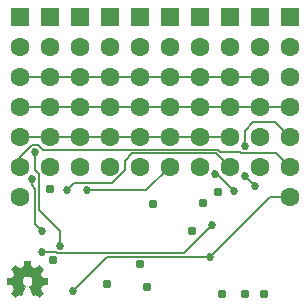
<source format=gbl>
G04 #@! TF.FileFunction,Copper,L4,Bot,Signal*
%FSLAX46Y46*%
G04 Gerber Fmt 4.6, Leading zero omitted, Abs format (unit mm)*
G04 Created by KiCad (PCBNEW 4.0.1-stable) date 2016-02-27 01:30:11*
%MOMM*%
G01*
G04 APERTURE LIST*
%ADD10C,0.050800*%
%ADD11C,0.002540*%
%ADD12C,1.600200*%
%ADD13R,1.600200X1.600200*%
%ADD14C,0.787400*%
%ADD15C,0.685800*%
%ADD16C,0.152400*%
G04 APERTURE END LIST*
D10*
D11*
G36*
X2915920Y-24993600D02*
X2898140Y-24983440D01*
X2860040Y-24960580D01*
X2804160Y-24922480D01*
X2738120Y-24879300D01*
X2672080Y-24833580D01*
X2616200Y-24798020D01*
X2578100Y-24772620D01*
X2562860Y-24765000D01*
X2555240Y-24767540D01*
X2522220Y-24782780D01*
X2479040Y-24805640D01*
X2451100Y-24820880D01*
X2410460Y-24838660D01*
X2387600Y-24841200D01*
X2385060Y-24836120D01*
X2369820Y-24805640D01*
X2346960Y-24749760D01*
X2313940Y-24678640D01*
X2278380Y-24592280D01*
X2240280Y-24500840D01*
X2199640Y-24409400D01*
X2164080Y-24320500D01*
X2131060Y-24239220D01*
X2105660Y-24173180D01*
X2087880Y-24130000D01*
X2080260Y-24109680D01*
X2082800Y-24104600D01*
X2103120Y-24084280D01*
X2141220Y-24058880D01*
X2219960Y-23992840D01*
X2298700Y-23896320D01*
X2344420Y-23787100D01*
X2362200Y-23662640D01*
X2346960Y-23548340D01*
X2303780Y-23441660D01*
X2227580Y-23342600D01*
X2133600Y-23268940D01*
X2026920Y-23223220D01*
X1905000Y-23207980D01*
X1790700Y-23220680D01*
X1678940Y-23266400D01*
X1579880Y-23340060D01*
X1536700Y-23388320D01*
X1480820Y-23487380D01*
X1447800Y-23594060D01*
X1445260Y-23622000D01*
X1450340Y-23738840D01*
X1483360Y-23850600D01*
X1546860Y-23949660D01*
X1630680Y-24033480D01*
X1643380Y-24041100D01*
X1681480Y-24071580D01*
X1709420Y-24091900D01*
X1729740Y-24107140D01*
X1579880Y-24467820D01*
X1557020Y-24523700D01*
X1516380Y-24622760D01*
X1480820Y-24706580D01*
X1450340Y-24775160D01*
X1430020Y-24820880D01*
X1422400Y-24838660D01*
X1422400Y-24838660D01*
X1407160Y-24841200D01*
X1381760Y-24831040D01*
X1330960Y-24808180D01*
X1297940Y-24790400D01*
X1259840Y-24772620D01*
X1242060Y-24765000D01*
X1226820Y-24772620D01*
X1191260Y-24795480D01*
X1137920Y-24831040D01*
X1071880Y-24876760D01*
X1010920Y-24917400D01*
X955040Y-24955500D01*
X914400Y-24980900D01*
X894080Y-24991060D01*
X891540Y-24991060D01*
X873760Y-24980900D01*
X840740Y-24955500D01*
X792480Y-24909780D01*
X723900Y-24841200D01*
X713740Y-24828500D01*
X655320Y-24772620D01*
X609600Y-24724360D01*
X579120Y-24688800D01*
X566420Y-24673560D01*
X566420Y-24673560D01*
X576580Y-24653240D01*
X604520Y-24612600D01*
X640080Y-24554180D01*
X685800Y-24488140D01*
X805180Y-24315420D01*
X739140Y-24152860D01*
X718820Y-24102060D01*
X693420Y-24041100D01*
X675640Y-23997920D01*
X665480Y-23980140D01*
X647700Y-23972520D01*
X604520Y-23962360D01*
X538480Y-23949660D01*
X462280Y-23934420D01*
X388620Y-23921720D01*
X322580Y-23909020D01*
X274320Y-23898860D01*
X251460Y-23896320D01*
X246380Y-23891240D01*
X241300Y-23881080D01*
X238760Y-23858220D01*
X238760Y-23817580D01*
X236220Y-23754080D01*
X236220Y-23662640D01*
X236220Y-23652480D01*
X238760Y-23566120D01*
X238760Y-23495000D01*
X241300Y-23451820D01*
X243840Y-23434040D01*
X243840Y-23434040D01*
X266700Y-23428960D01*
X312420Y-23418800D01*
X378460Y-23406100D01*
X457200Y-23390860D01*
X462280Y-23388320D01*
X541020Y-23373080D01*
X609600Y-23360380D01*
X655320Y-23350220D01*
X673100Y-23342600D01*
X678180Y-23337520D01*
X693420Y-23307040D01*
X716280Y-23258780D01*
X744220Y-23197820D01*
X769620Y-23136860D01*
X789940Y-23080980D01*
X805180Y-23037800D01*
X810260Y-23020020D01*
X810260Y-23020020D01*
X797560Y-22999700D01*
X772160Y-22959060D01*
X734060Y-22903180D01*
X685800Y-22834600D01*
X683260Y-22829520D01*
X637540Y-22763480D01*
X601980Y-22707600D01*
X576580Y-22666960D01*
X566420Y-22649180D01*
X568960Y-22646640D01*
X581660Y-22628860D01*
X617220Y-22590760D01*
X665480Y-22539960D01*
X723900Y-22479000D01*
X741680Y-22461220D01*
X807720Y-22397720D01*
X853440Y-22357080D01*
X881380Y-22334220D01*
X894080Y-22329140D01*
X894080Y-22329140D01*
X914400Y-22341840D01*
X957580Y-22369780D01*
X1013460Y-22407880D01*
X1082040Y-22453600D01*
X1087120Y-22458680D01*
X1153160Y-22504400D01*
X1209040Y-22539960D01*
X1247140Y-22567900D01*
X1264920Y-22578060D01*
X1267460Y-22578060D01*
X1295400Y-22570440D01*
X1343660Y-22552660D01*
X1402080Y-22529800D01*
X1463040Y-22504400D01*
X1518920Y-22481540D01*
X1562100Y-22463760D01*
X1579880Y-22451060D01*
X1582420Y-22451060D01*
X1587500Y-22425660D01*
X1600200Y-22377400D01*
X1615440Y-22308820D01*
X1630680Y-22225000D01*
X1633220Y-22212300D01*
X1648460Y-22133560D01*
X1661160Y-22067520D01*
X1668780Y-22021800D01*
X1673860Y-22004020D01*
X1686560Y-22001480D01*
X1724660Y-21998940D01*
X1783080Y-21996400D01*
X1854200Y-21996400D01*
X1930400Y-21996400D01*
X2004060Y-21998940D01*
X2065020Y-21998940D01*
X2110740Y-22004020D01*
X2131060Y-22006560D01*
X2131060Y-22009100D01*
X2138680Y-22031960D01*
X2148840Y-22082760D01*
X2161540Y-22151340D01*
X2179320Y-22232620D01*
X2181860Y-22247860D01*
X2197100Y-22326600D01*
X2209800Y-22392640D01*
X2219960Y-22438360D01*
X2225040Y-22456140D01*
X2230120Y-22458680D01*
X2263140Y-22473920D01*
X2316480Y-22494240D01*
X2382520Y-22522180D01*
X2534920Y-22583140D01*
X2722880Y-22456140D01*
X2740660Y-22443440D01*
X2806700Y-22397720D01*
X2862580Y-22359620D01*
X2900680Y-22336760D01*
X2918460Y-22326600D01*
X2918460Y-22326600D01*
X2938780Y-22344380D01*
X2974340Y-22377400D01*
X3025140Y-22428200D01*
X3083560Y-22486620D01*
X3129280Y-22529800D01*
X3180080Y-22583140D01*
X3213100Y-22618700D01*
X3230880Y-22641560D01*
X3235960Y-22654260D01*
X3235960Y-22664420D01*
X3223260Y-22682200D01*
X3195320Y-22725380D01*
X3157220Y-22781260D01*
X3111500Y-22847300D01*
X3073400Y-22903180D01*
X3032760Y-22966680D01*
X3007360Y-23009860D01*
X2997200Y-23032720D01*
X2999740Y-23042880D01*
X3012440Y-23078440D01*
X3035300Y-23134320D01*
X3063240Y-23200360D01*
X3129280Y-23347680D01*
X3225800Y-23368000D01*
X3284220Y-23378160D01*
X3368040Y-23393400D01*
X3446780Y-23408640D01*
X3568700Y-23434040D01*
X3573780Y-23883620D01*
X3553460Y-23891240D01*
X3535680Y-23896320D01*
X3489960Y-23906480D01*
X3426460Y-23919180D01*
X3347720Y-23934420D01*
X3284220Y-23947120D01*
X3218180Y-23959820D01*
X3169920Y-23967440D01*
X3149600Y-23972520D01*
X3144520Y-23980140D01*
X3126740Y-24010620D01*
X3103880Y-24061420D01*
X3078480Y-24122380D01*
X3050540Y-24185880D01*
X3027680Y-24244300D01*
X3012440Y-24290020D01*
X3004820Y-24312880D01*
X3014980Y-24330660D01*
X3040380Y-24368760D01*
X3075940Y-24424640D01*
X3121660Y-24490680D01*
X3164840Y-24554180D01*
X3202940Y-24612600D01*
X3228340Y-24650700D01*
X3241040Y-24671020D01*
X3235960Y-24683720D01*
X3208020Y-24714200D01*
X3159760Y-24765000D01*
X3086100Y-24838660D01*
X3073400Y-24848820D01*
X3014980Y-24907240D01*
X2966720Y-24952960D01*
X2931160Y-24983440D01*
X2915920Y-24993600D01*
X2915920Y-24993600D01*
G37*
X2915920Y-24993600D02*
X2898140Y-24983440D01*
X2860040Y-24960580D01*
X2804160Y-24922480D01*
X2738120Y-24879300D01*
X2672080Y-24833580D01*
X2616200Y-24798020D01*
X2578100Y-24772620D01*
X2562860Y-24765000D01*
X2555240Y-24767540D01*
X2522220Y-24782780D01*
X2479040Y-24805640D01*
X2451100Y-24820880D01*
X2410460Y-24838660D01*
X2387600Y-24841200D01*
X2385060Y-24836120D01*
X2369820Y-24805640D01*
X2346960Y-24749760D01*
X2313940Y-24678640D01*
X2278380Y-24592280D01*
X2240280Y-24500840D01*
X2199640Y-24409400D01*
X2164080Y-24320500D01*
X2131060Y-24239220D01*
X2105660Y-24173180D01*
X2087880Y-24130000D01*
X2080260Y-24109680D01*
X2082800Y-24104600D01*
X2103120Y-24084280D01*
X2141220Y-24058880D01*
X2219960Y-23992840D01*
X2298700Y-23896320D01*
X2344420Y-23787100D01*
X2362200Y-23662640D01*
X2346960Y-23548340D01*
X2303780Y-23441660D01*
X2227580Y-23342600D01*
X2133600Y-23268940D01*
X2026920Y-23223220D01*
X1905000Y-23207980D01*
X1790700Y-23220680D01*
X1678940Y-23266400D01*
X1579880Y-23340060D01*
X1536700Y-23388320D01*
X1480820Y-23487380D01*
X1447800Y-23594060D01*
X1445260Y-23622000D01*
X1450340Y-23738840D01*
X1483360Y-23850600D01*
X1546860Y-23949660D01*
X1630680Y-24033480D01*
X1643380Y-24041100D01*
X1681480Y-24071580D01*
X1709420Y-24091900D01*
X1729740Y-24107140D01*
X1579880Y-24467820D01*
X1557020Y-24523700D01*
X1516380Y-24622760D01*
X1480820Y-24706580D01*
X1450340Y-24775160D01*
X1430020Y-24820880D01*
X1422400Y-24838660D01*
X1422400Y-24838660D01*
X1407160Y-24841200D01*
X1381760Y-24831040D01*
X1330960Y-24808180D01*
X1297940Y-24790400D01*
X1259840Y-24772620D01*
X1242060Y-24765000D01*
X1226820Y-24772620D01*
X1191260Y-24795480D01*
X1137920Y-24831040D01*
X1071880Y-24876760D01*
X1010920Y-24917400D01*
X955040Y-24955500D01*
X914400Y-24980900D01*
X894080Y-24991060D01*
X891540Y-24991060D01*
X873760Y-24980900D01*
X840740Y-24955500D01*
X792480Y-24909780D01*
X723900Y-24841200D01*
X713740Y-24828500D01*
X655320Y-24772620D01*
X609600Y-24724360D01*
X579120Y-24688800D01*
X566420Y-24673560D01*
X566420Y-24673560D01*
X576580Y-24653240D01*
X604520Y-24612600D01*
X640080Y-24554180D01*
X685800Y-24488140D01*
X805180Y-24315420D01*
X739140Y-24152860D01*
X718820Y-24102060D01*
X693420Y-24041100D01*
X675640Y-23997920D01*
X665480Y-23980140D01*
X647700Y-23972520D01*
X604520Y-23962360D01*
X538480Y-23949660D01*
X462280Y-23934420D01*
X388620Y-23921720D01*
X322580Y-23909020D01*
X274320Y-23898860D01*
X251460Y-23896320D01*
X246380Y-23891240D01*
X241300Y-23881080D01*
X238760Y-23858220D01*
X238760Y-23817580D01*
X236220Y-23754080D01*
X236220Y-23662640D01*
X236220Y-23652480D01*
X238760Y-23566120D01*
X238760Y-23495000D01*
X241300Y-23451820D01*
X243840Y-23434040D01*
X243840Y-23434040D01*
X266700Y-23428960D01*
X312420Y-23418800D01*
X378460Y-23406100D01*
X457200Y-23390860D01*
X462280Y-23388320D01*
X541020Y-23373080D01*
X609600Y-23360380D01*
X655320Y-23350220D01*
X673100Y-23342600D01*
X678180Y-23337520D01*
X693420Y-23307040D01*
X716280Y-23258780D01*
X744220Y-23197820D01*
X769620Y-23136860D01*
X789940Y-23080980D01*
X805180Y-23037800D01*
X810260Y-23020020D01*
X810260Y-23020020D01*
X797560Y-22999700D01*
X772160Y-22959060D01*
X734060Y-22903180D01*
X685800Y-22834600D01*
X683260Y-22829520D01*
X637540Y-22763480D01*
X601980Y-22707600D01*
X576580Y-22666960D01*
X566420Y-22649180D01*
X568960Y-22646640D01*
X581660Y-22628860D01*
X617220Y-22590760D01*
X665480Y-22539960D01*
X723900Y-22479000D01*
X741680Y-22461220D01*
X807720Y-22397720D01*
X853440Y-22357080D01*
X881380Y-22334220D01*
X894080Y-22329140D01*
X894080Y-22329140D01*
X914400Y-22341840D01*
X957580Y-22369780D01*
X1013460Y-22407880D01*
X1082040Y-22453600D01*
X1087120Y-22458680D01*
X1153160Y-22504400D01*
X1209040Y-22539960D01*
X1247140Y-22567900D01*
X1264920Y-22578060D01*
X1267460Y-22578060D01*
X1295400Y-22570440D01*
X1343660Y-22552660D01*
X1402080Y-22529800D01*
X1463040Y-22504400D01*
X1518920Y-22481540D01*
X1562100Y-22463760D01*
X1579880Y-22451060D01*
X1582420Y-22451060D01*
X1587500Y-22425660D01*
X1600200Y-22377400D01*
X1615440Y-22308820D01*
X1630680Y-22225000D01*
X1633220Y-22212300D01*
X1648460Y-22133560D01*
X1661160Y-22067520D01*
X1668780Y-22021800D01*
X1673860Y-22004020D01*
X1686560Y-22001480D01*
X1724660Y-21998940D01*
X1783080Y-21996400D01*
X1854200Y-21996400D01*
X1930400Y-21996400D01*
X2004060Y-21998940D01*
X2065020Y-21998940D01*
X2110740Y-22004020D01*
X2131060Y-22006560D01*
X2131060Y-22009100D01*
X2138680Y-22031960D01*
X2148840Y-22082760D01*
X2161540Y-22151340D01*
X2179320Y-22232620D01*
X2181860Y-22247860D01*
X2197100Y-22326600D01*
X2209800Y-22392640D01*
X2219960Y-22438360D01*
X2225040Y-22456140D01*
X2230120Y-22458680D01*
X2263140Y-22473920D01*
X2316480Y-22494240D01*
X2382520Y-22522180D01*
X2534920Y-22583140D01*
X2722880Y-22456140D01*
X2740660Y-22443440D01*
X2806700Y-22397720D01*
X2862580Y-22359620D01*
X2900680Y-22336760D01*
X2918460Y-22326600D01*
X2918460Y-22326600D01*
X2938780Y-22344380D01*
X2974340Y-22377400D01*
X3025140Y-22428200D01*
X3083560Y-22486620D01*
X3129280Y-22529800D01*
X3180080Y-22583140D01*
X3213100Y-22618700D01*
X3230880Y-22641560D01*
X3235960Y-22654260D01*
X3235960Y-22664420D01*
X3223260Y-22682200D01*
X3195320Y-22725380D01*
X3157220Y-22781260D01*
X3111500Y-22847300D01*
X3073400Y-22903180D01*
X3032760Y-22966680D01*
X3007360Y-23009860D01*
X2997200Y-23032720D01*
X2999740Y-23042880D01*
X3012440Y-23078440D01*
X3035300Y-23134320D01*
X3063240Y-23200360D01*
X3129280Y-23347680D01*
X3225800Y-23368000D01*
X3284220Y-23378160D01*
X3368040Y-23393400D01*
X3446780Y-23408640D01*
X3568700Y-23434040D01*
X3573780Y-23883620D01*
X3553460Y-23891240D01*
X3535680Y-23896320D01*
X3489960Y-23906480D01*
X3426460Y-23919180D01*
X3347720Y-23934420D01*
X3284220Y-23947120D01*
X3218180Y-23959820D01*
X3169920Y-23967440D01*
X3149600Y-23972520D01*
X3144520Y-23980140D01*
X3126740Y-24010620D01*
X3103880Y-24061420D01*
X3078480Y-24122380D01*
X3050540Y-24185880D01*
X3027680Y-24244300D01*
X3012440Y-24290020D01*
X3004820Y-24312880D01*
X3014980Y-24330660D01*
X3040380Y-24368760D01*
X3075940Y-24424640D01*
X3121660Y-24490680D01*
X3164840Y-24554180D01*
X3202940Y-24612600D01*
X3228340Y-24650700D01*
X3241040Y-24671020D01*
X3235960Y-24683720D01*
X3208020Y-24714200D01*
X3159760Y-24765000D01*
X3086100Y-24838660D01*
X3073400Y-24848820D01*
X3014980Y-24907240D01*
X2966720Y-24952960D01*
X2931160Y-24983440D01*
X2915920Y-24993600D01*
D12*
X1270000Y-16510000D03*
D13*
X1270000Y-1270000D03*
D12*
X1270000Y-3810000D03*
X1270000Y-6350000D03*
X1270000Y-8890000D03*
X1270000Y-11430000D03*
X1270000Y-13970000D03*
X24130000Y-16510000D03*
D13*
X24130000Y-1270000D03*
D12*
X24130000Y-3810000D03*
X24130000Y-6350000D03*
X24130000Y-8890000D03*
X24130000Y-11430000D03*
X24130000Y-13970000D03*
D13*
X3810000Y-1270000D03*
D12*
X3810000Y-3810000D03*
X3810000Y-6350000D03*
X3810000Y-8890000D03*
X3810000Y-11430000D03*
X3810000Y-13970000D03*
D13*
X6350000Y-1270000D03*
D12*
X6350000Y-3810000D03*
X6350000Y-6350000D03*
X6350000Y-8890000D03*
X6350000Y-11430000D03*
X6350000Y-13970000D03*
D13*
X8890000Y-1270000D03*
D12*
X8890000Y-3810000D03*
X8890000Y-6350000D03*
X8890000Y-8890000D03*
X8890000Y-11430000D03*
X8890000Y-13970000D03*
D13*
X11430000Y-1270000D03*
D12*
X11430000Y-3810000D03*
X11430000Y-6350000D03*
X11430000Y-8890000D03*
X11430000Y-11430000D03*
X11430000Y-13970000D03*
D13*
X13970000Y-1270000D03*
D12*
X13970000Y-3810000D03*
X13970000Y-6350000D03*
X13970000Y-8890000D03*
X13970000Y-11430000D03*
X13970000Y-13970000D03*
D13*
X16510000Y-1270000D03*
D12*
X16510000Y-3810000D03*
X16510000Y-6350000D03*
X16510000Y-8890000D03*
X16510000Y-11430000D03*
X16510000Y-13970000D03*
D13*
X19050000Y-1270000D03*
D12*
X19050000Y-3810000D03*
X19050000Y-6350000D03*
X19050000Y-8890000D03*
X19050000Y-11430000D03*
X19050000Y-13970000D03*
D13*
X21590000Y-1270000D03*
D12*
X21590000Y-3810000D03*
X21590000Y-6350000D03*
X21590000Y-8890000D03*
X21590000Y-11430000D03*
X21590000Y-13970000D03*
D14*
X4064000Y-21844000D03*
X16764000Y-17068800D03*
X8636000Y-23876000D03*
X12573000Y-17145000D03*
X11430000Y-22225000D03*
X18044395Y-16089014D03*
X21971000Y-24765000D03*
X20320000Y-24765000D03*
X18415000Y-24765000D03*
X15875000Y-19431000D03*
X3810000Y-15875000D03*
X12065000Y-24130000D03*
D15*
X2286306Y-15021779D03*
X3204132Y-19437407D03*
X17815497Y-14571960D03*
X19431000Y-16002000D03*
X4699000Y-20701000D03*
X2603500Y-12700000D03*
X6959175Y-15976621D03*
X5258112Y-15978611D03*
X17423716Y-21598001D03*
X5836504Y-24471938D03*
X3212523Y-21216332D03*
X17551400Y-18948400D03*
X20320000Y-14795500D03*
X21179973Y-15589603D03*
X20320000Y-12255500D03*
D16*
X2609322Y-18842597D02*
X2609322Y-15829728D01*
X2286306Y-15506712D02*
X2286306Y-15021779D01*
X3204132Y-19437407D02*
X2609322Y-18842597D01*
X2609322Y-15829728D02*
X2286306Y-15506712D01*
X18000960Y-14571960D02*
X17815497Y-14571960D01*
X19431000Y-16002000D02*
X18000960Y-14571960D01*
X16510000Y-11430000D02*
X19050000Y-11430000D01*
X13970000Y-11430000D02*
X14923703Y-11430000D01*
X14923703Y-11430000D02*
X16510000Y-11430000D01*
X11430000Y-11430000D02*
X13970000Y-11430000D01*
X8890000Y-11430000D02*
X11430000Y-11430000D01*
X6350000Y-11430000D02*
X7303703Y-11430000D01*
X7303703Y-11430000D02*
X8890000Y-11430000D01*
X3810000Y-11430000D02*
X6350000Y-11430000D01*
X1270000Y-11430000D02*
X2401512Y-11430000D01*
X2401512Y-11430000D02*
X3810000Y-11430000D01*
X21590000Y-8890000D02*
X24130000Y-8890000D01*
X19050000Y-8890000D02*
X20003703Y-8890000D01*
X20003703Y-8890000D02*
X21590000Y-8890000D01*
X16510000Y-8890000D02*
X17463703Y-8890000D01*
X17463703Y-8890000D02*
X19050000Y-8890000D01*
X13970000Y-8890000D02*
X14923703Y-8890000D01*
X14923703Y-8890000D02*
X16510000Y-8890000D01*
X11430000Y-8890000D02*
X12383703Y-8890000D01*
X12383703Y-8890000D02*
X13970000Y-8890000D01*
X8890000Y-8890000D02*
X11430000Y-8890000D01*
X6350000Y-8890000D02*
X8890000Y-8890000D01*
X3810000Y-8890000D02*
X6350000Y-8890000D01*
X1270000Y-8890000D02*
X3810000Y-8890000D01*
X4699000Y-20216067D02*
X4699000Y-20701000D01*
X4699000Y-19431000D02*
X4699000Y-20216067D01*
X2914133Y-14596611D02*
X2914133Y-17646133D01*
X2603500Y-14285978D02*
X2914133Y-14596611D01*
X2603500Y-12700000D02*
X2603500Y-14285978D01*
X2914133Y-17646133D02*
X4699000Y-19431000D01*
X3810000Y-6350000D02*
X1270000Y-6350000D01*
X6350000Y-6350000D02*
X3810000Y-6350000D01*
X8890000Y-6350000D02*
X6350000Y-6350000D01*
X11430000Y-6350000D02*
X8890000Y-6350000D01*
X13970000Y-6350000D02*
X11430000Y-6350000D01*
X16510000Y-6350000D02*
X15556297Y-6350000D01*
X15556297Y-6350000D02*
X13970000Y-6350000D01*
X19050000Y-6350000D02*
X16510000Y-6350000D01*
X21590000Y-6350000D02*
X20636297Y-6350000D01*
X20636297Y-6350000D02*
X19050000Y-6350000D01*
X7444108Y-15976621D02*
X6959175Y-15976621D01*
X11963379Y-15976621D02*
X7444108Y-15976621D01*
X13970000Y-13970000D02*
X11963379Y-15976621D01*
X10219140Y-13459340D02*
X10219140Y-14287792D01*
X5865270Y-15371453D02*
X5601011Y-15635712D01*
X19050000Y-13970000D02*
X17923621Y-12843621D01*
X17923621Y-12843621D02*
X10834859Y-12843621D01*
X10834859Y-12843621D02*
X10219140Y-13459340D01*
X10219140Y-14287792D02*
X9135479Y-15371453D01*
X9135479Y-15371453D02*
X5865270Y-15371453D01*
X5601011Y-15635712D02*
X5258112Y-15978611D01*
X16938783Y-21598001D02*
X17423716Y-21598001D01*
X8710441Y-21598001D02*
X16938783Y-21598001D01*
X5836504Y-24471938D02*
X8710441Y-21598001D01*
X17766615Y-21255102D02*
X17423716Y-21598001D01*
X24130000Y-16510000D02*
X22511717Y-16510000D01*
X22511717Y-16510000D02*
X17766615Y-21255102D01*
X1270000Y-13970000D02*
X1270000Y-13187678D01*
X1270000Y-13187678D02*
X2329179Y-12128499D01*
X2329179Y-12128499D02*
X2844799Y-12128499D01*
X2844799Y-12128499D02*
X3255110Y-12538810D01*
X3255110Y-12538810D02*
X18049877Y-12538810D01*
X18049877Y-12538810D02*
X18226336Y-12715269D01*
X20045678Y-12827002D02*
X22987002Y-12827002D01*
X18226336Y-12715269D02*
X19933945Y-12715269D01*
X19933945Y-12715269D02*
X20045678Y-12827002D01*
X22987002Y-12827002D02*
X23329901Y-13169901D01*
X23329901Y-13169901D02*
X24130000Y-13970000D01*
X15227298Y-21272502D02*
X17208501Y-19291299D01*
X4357338Y-21216332D02*
X4413508Y-21272502D01*
X3212523Y-21216332D02*
X4357338Y-21216332D01*
X17208501Y-19291299D02*
X17551400Y-18948400D01*
X4413508Y-21272502D02*
X15227298Y-21272502D01*
X24130000Y-11430000D02*
X22923500Y-10223500D01*
X22923500Y-10223500D02*
X21017733Y-10223500D01*
X21017733Y-10223500D02*
X20320000Y-10921233D01*
X20320000Y-10921233D02*
X20320000Y-12255500D01*
X20320000Y-14795500D02*
X20385870Y-14795500D01*
X20385870Y-14795500D02*
X21179973Y-15589603D01*
M02*

</source>
